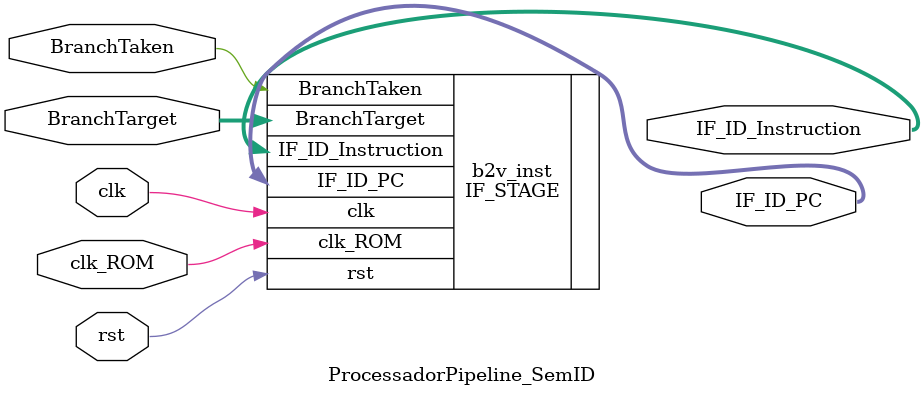
<source format=v>


module ProcessadorPipeline_SemID(
	clk_ROM,
	clk,
	rst,
	BranchTaken,
	BranchTarget,
	IF_ID_Instruction,
	IF_ID_PC
);


input wire	clk_ROM;
input wire	clk;
input wire	rst;
input wire	BranchTaken;
input wire	[7:0] BranchTarget;
output wire	[31:0] IF_ID_Instruction;
output wire	[7:0] IF_ID_PC;






IF_STAGE	b2v_inst(
	.BranchTaken(BranchTaken),
	.clk_ROM(clk_ROM),
	.clk(clk),
	.rst(rst),
	.BranchTarget(BranchTarget),
	.IF_ID_Instruction(IF_ID_Instruction),
	.IF_ID_PC(IF_ID_PC));


endmodule

</source>
